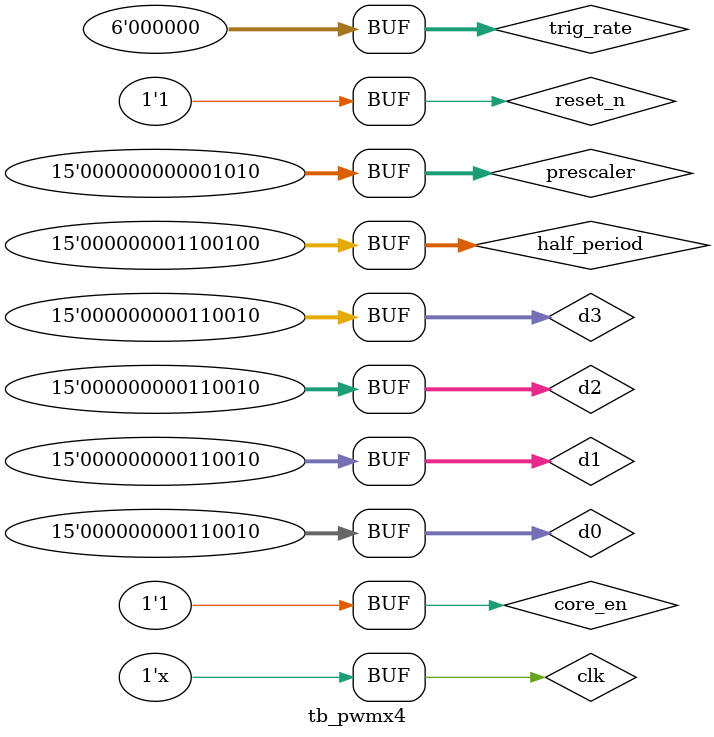
<source format=v>
`timescale 1 ns / 1 ps

module tb_pwmx4;

parameter [1:0] DEAD_TIME = 1;
parameter DWIDTH = 15;

reg clk;
reg reset_n;
reg core_en;
reg [DWIDTH-1:0] prescaler;
reg [DWIDTH-1:0] half_period;
reg [5:0] trig_rate;
reg [DWIDTH-1:0] d0;
reg [DWIDTH-1:0] d1;
reg [DWIDTH-1:0] d2;
reg [DWIDTH-1:0] d3;


wire measurement_trigger;
wire [3:0] pwmx4;
wire [3:0] pwmx4_n;

servo_pwmx4 inst
 (
    clk,
    reset_n,
    core_en,
    prescaler,
    half_period,

    trig_rate,
    d0,
    d1,
    d2,
    d3,

    measurement_trigger,
    pwmx4,
    pwmx4_n
);

always #5 clk = ~clk;

initial begin
    clk = 0;
    reset_n = 0;
    core_en = 0;

    prescaler = 10;
    half_period = 100;

    d0 = 0;
    d1 = 0;
    d2 = 0;
    d3 = 0;
    // trig_rate = 1;
    trig_rate = 0;

    #15 reset_n = 1;
    // @(posedge clk);
    d0 = 50;
    d1 = 50;
    d2 = 50;
    d3 = 50;
//     repeat(500)
// @(posedge clk);

//         repeat(500)
//      @(posedge clk);
     core_en = 1;
     
    // repeat(500)
    //  @(posedge clk);

    // d0 = 15'h7FFF;
    // d1 = 15'h7FFF;
    // d2 = 15'h7FFF;
    // d3 = 15'h7FFF;
//     repeat(500)
//      @(posedge clk);

    // d0 = 0;
    // d1 = 0;
    // d2 = 0;
    // d3 = 0;
//     repeat(500)
// @(posedge clk);

    // d0 = 100;
    // d1 = 100;
    // d2 = 100;
    // d3 = 100;
//     repeat(500)
// @(posedge clk);

    // d0 = 99;
    // d1 = 98;
    // d2 = 0;
    // d3 = 1;

    // d0 = 102;
    // d1 = 101;
    // d2 = 99;
    // d3 = 98;

//     repeat(500)
// @(posedge clk);

    // half_period = {DWIDTH-1{1'b1}};
    // d0 = {DWIDTH-1{1'b1}};
    // d1 = {DWIDTH-1{1'b1}}-1;
    // d2 = {DWIDTH-1{1'b1}}-2;
    // d3 = 0;
end
    
endmodule
</source>
